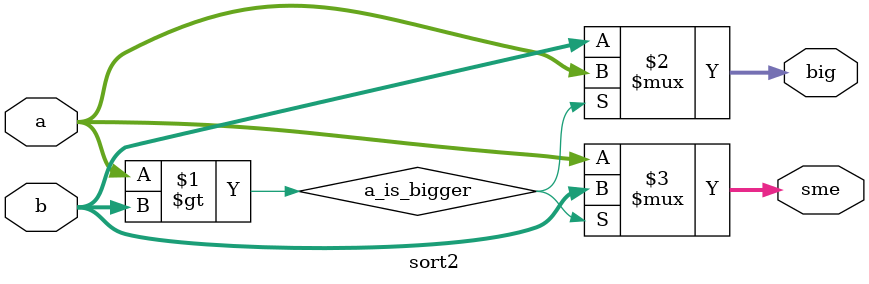
<source format=v>
/*compare big and small module using only combinatorial logic*/

module sort2 #(
	parameter DATAWIDTH = 8
)
(
   input  [ DATAWIDTH - 1 : 0 ] a,  //input data1
   input  [ DATAWIDTH - 1 : 0 ] b,  //input data2
   output [ DATAWIDTH - 1 : 0 ] big,//big
   output [ DATAWIDTH - 1 : 0 ] sme //small
  );

wire a_is_bigger;

   assign a_is_bigger = a>b;
   assign big= a_is_bigger ? a : b;
   assign sme= a_is_bigger ? b : a;
   
   //also:
   // assign {big,sme} = a>b ? {a,b} : {b,a};

endmodule   
   
   
</source>
